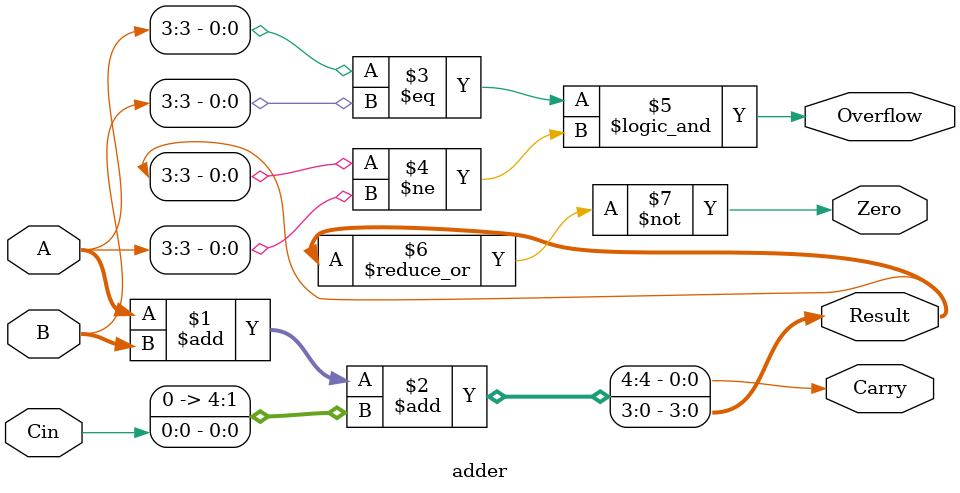
<source format=v>
`timescale 1ps/1ps
module adder(
        input Cin,
        input [3:0] A,
        input [3:0] B,
        output reg [3:0] Result,
        output reg Carry,
        output reg Zero,
        output reg Overflow
    );
    assign {Carry, Result} = A + B + {{3{1'b0}},Cin};
    assign Overflow = (A[3] == B[3] && Result[3] != A[3]);
    assign Zero = ~(| Result);

endmodule

</source>
